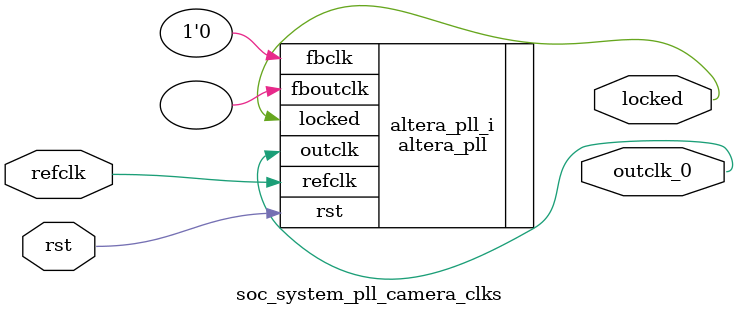
<source format=v>
`timescale 1ns/10ps
module  soc_system_pll_camera_clks(

	// interface 'refclk'
	input wire refclk,

	// interface 'reset'
	input wire rst,

	// interface 'outclk0'
	output wire outclk_0,

	// interface 'locked'
	output wire locked
);

	altera_pll #(
		.fractional_vco_multiplier("false"),
		.reference_clock_frequency("50.0 MHz"),
		.operation_mode("direct"),
		.number_of_clocks(1),
		.output_clock_frequency0("24.000000 MHz"),
		.phase_shift0("0 ps"),
		.duty_cycle0(50),
		.output_clock_frequency1("0 MHz"),
		.phase_shift1("0 ps"),
		.duty_cycle1(50),
		.output_clock_frequency2("0 MHz"),
		.phase_shift2("0 ps"),
		.duty_cycle2(50),
		.output_clock_frequency3("0 MHz"),
		.phase_shift3("0 ps"),
		.duty_cycle3(50),
		.output_clock_frequency4("0 MHz"),
		.phase_shift4("0 ps"),
		.duty_cycle4(50),
		.output_clock_frequency5("0 MHz"),
		.phase_shift5("0 ps"),
		.duty_cycle5(50),
		.output_clock_frequency6("0 MHz"),
		.phase_shift6("0 ps"),
		.duty_cycle6(50),
		.output_clock_frequency7("0 MHz"),
		.phase_shift7("0 ps"),
		.duty_cycle7(50),
		.output_clock_frequency8("0 MHz"),
		.phase_shift8("0 ps"),
		.duty_cycle8(50),
		.output_clock_frequency9("0 MHz"),
		.phase_shift9("0 ps"),
		.duty_cycle9(50),
		.output_clock_frequency10("0 MHz"),
		.phase_shift10("0 ps"),
		.duty_cycle10(50),
		.output_clock_frequency11("0 MHz"),
		.phase_shift11("0 ps"),
		.duty_cycle11(50),
		.output_clock_frequency12("0 MHz"),
		.phase_shift12("0 ps"),
		.duty_cycle12(50),
		.output_clock_frequency13("0 MHz"),
		.phase_shift13("0 ps"),
		.duty_cycle13(50),
		.output_clock_frequency14("0 MHz"),
		.phase_shift14("0 ps"),
		.duty_cycle14(50),
		.output_clock_frequency15("0 MHz"),
		.phase_shift15("0 ps"),
		.duty_cycle15(50),
		.output_clock_frequency16("0 MHz"),
		.phase_shift16("0 ps"),
		.duty_cycle16(50),
		.output_clock_frequency17("0 MHz"),
		.phase_shift17("0 ps"),
		.duty_cycle17(50),
		.pll_type("General"),
		.pll_subtype("General")
	) altera_pll_i (
		.rst	(rst),
		.outclk	({outclk_0}),
		.locked	(locked),
		.fboutclk	( ),
		.fbclk	(1'b0),
		.refclk	(refclk)
	);
endmodule


</source>
